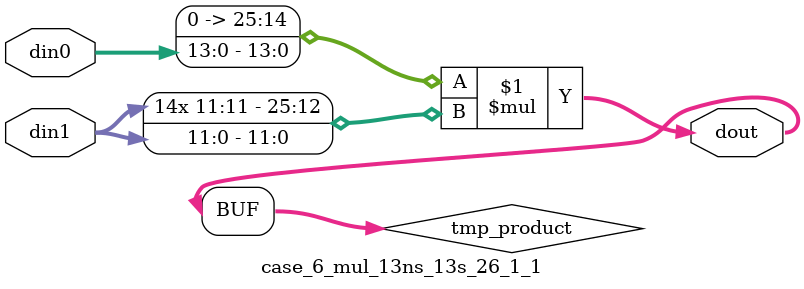
<source format=v>

`timescale 1 ns / 1 ps

 (* use_dsp = "no" *)  module case_6_mul_13ns_13s_26_1_1(din0, din1, dout);
parameter ID = 1;
parameter NUM_STAGE = 0;
parameter din0_WIDTH = 14;
parameter din1_WIDTH = 12;
parameter dout_WIDTH = 26;

input [din0_WIDTH - 1 : 0] din0; 
input [din1_WIDTH - 1 : 0] din1; 
output [dout_WIDTH - 1 : 0] dout;

wire signed [dout_WIDTH - 1 : 0] tmp_product;

























assign tmp_product = $signed({1'b0, din0}) * $signed(din1);










assign dout = tmp_product;





















endmodule

</source>
